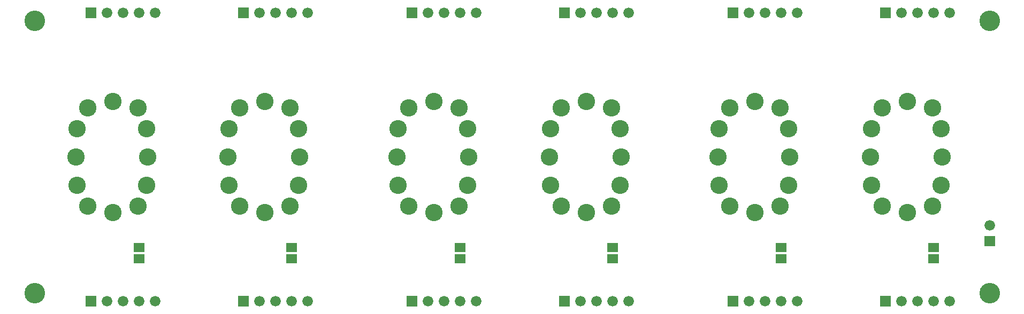
<source format=gbr>
G04 start of page 12 for group 2 layer_idx 0 *
G04 Title: (unknown), top_mask *
G04 Creator: pcb-rnd 1.2.7 *
G04 CreationDate: 2018-01-15 01:10:50 UTC *
G04 For: newell *
G04 Format: Gerber/RS-274X *
G04 PCB-Dimensions: 625000 200000 *
G04 PCB-Coordinate-Origin: lower left *
%MOIN*%
%FSLAX25Y25*%
%LNTOPMASK*%
%ADD64R,0.0572X0.0572*%
%ADD63C,0.1281*%
%ADD62C,0.1080*%
%ADD61C,0.0660*%
%ADD60C,0.0001*%
G54D60*G36*
X341700Y193300D02*Y186700D01*
X348300D01*
Y193300D01*
X341700D01*
G37*
G54D61*X355000Y190000D03*
X365000D03*
X375000D03*
X385000D03*
G54D60*G36*
X246700Y193300D02*Y186700D01*
X253300D01*
Y193300D01*
X246700D01*
G37*
G54D61*X260000Y190000D03*
X270000D03*
X280000D03*
X290000D03*
G54D60*G36*
X341700Y13300D02*Y6700D01*
X348300D01*
Y13300D01*
X341700D01*
G37*
G36*
X246700D02*Y6700D01*
X253300D01*
Y13300D01*
X246700D01*
G37*
G54D61*X260000Y10000D03*
X270000D03*
X280000D03*
X290000D03*
X355000D03*
X365000D03*
X375000D03*
X385000D03*
G54D62*X379870Y82290D03*
X343010Y69230D03*
X336380Y82290D03*
X374490Y69230D03*
X335880Y100000D03*
X336380Y117710D03*
X343010Y130770D03*
X358750Y134710D03*
X374490Y130770D03*
X379870Y117710D03*
X380370Y100000D03*
X358750Y65290D03*
X284870Y82290D03*
X248010Y69230D03*
X241380Y82290D03*
X279490Y69230D03*
X263750Y65290D03*
X240880Y100000D03*
X241380Y117710D03*
X248010Y130770D03*
X263750Y134710D03*
X279490Y130770D03*
X284870Y117710D03*
X285370Y100000D03*
G54D60*G36*
X541700Y13300D02*Y6700D01*
X548300D01*
Y13300D01*
X541700D01*
G37*
G54D61*X555000Y10000D03*
X565000D03*
X575000D03*
X585000D03*
G54D60*G36*
X446700Y13300D02*Y6700D01*
X453300D01*
Y13300D01*
X446700D01*
G37*
G54D61*X460000Y10000D03*
X470000D03*
X480000D03*
X490000D03*
G54D63*X610000Y15000D03*
G54D60*G36*
X541700Y193300D02*Y186700D01*
X548300D01*
Y193300D01*
X541700D01*
G37*
G54D61*X555000Y190000D03*
X565000D03*
X575000D03*
X585000D03*
G54D60*G36*
X446700Y193300D02*Y186700D01*
X453300D01*
Y193300D01*
X446700D01*
G37*
G54D61*X460000Y190000D03*
X470000D03*
X480000D03*
X490000D03*
G54D63*X610000Y185000D03*
G54D60*G36*
X606700Y50800D02*Y44200D01*
X613300D01*
Y50800D01*
X606700D01*
G37*
G54D61*X610000Y57500D03*
G54D62*X579870Y82290D03*
X574490Y130770D03*
X579870Y117710D03*
X580370Y100000D03*
X574490Y69230D03*
X543010D03*
X536380Y82290D03*
X558750Y65290D03*
X535880Y100000D03*
X536380Y117710D03*
X543010Y130770D03*
X558750Y134710D03*
X484870Y82290D03*
X448010Y69230D03*
X441380Y82290D03*
X479490Y69230D03*
X440880Y100000D03*
X441380Y117710D03*
X448010Y130770D03*
X463750Y134710D03*
X479490Y130770D03*
X484870Y117710D03*
X485370Y100000D03*
X463750Y65290D03*
G54D60*G36*
X141700Y193300D02*Y186700D01*
X148300D01*
Y193300D01*
X141700D01*
G37*
G54D61*X155000Y190000D03*
X165000D03*
X175000D03*
X185000D03*
G54D60*G36*
X46700Y193300D02*Y186700D01*
X53300D01*
Y193300D01*
X46700D01*
G37*
G54D61*X60000Y190000D03*
X70000D03*
X80000D03*
X90000D03*
G54D63*X15000Y185000D03*
G54D62*X179500Y82290D03*
X142640Y69230D03*
X174120D03*
X158380Y65290D03*
X136010Y82290D03*
X84870D03*
X48010Y69230D03*
X41380Y82290D03*
X79490Y69230D03*
X63750Y65290D03*
X135510Y100000D03*
X180000D03*
X40880D03*
X85370D03*
X136010Y117710D03*
X41380D03*
X84870D03*
X142640Y130770D03*
X48010D03*
X63750Y134710D03*
X79490Y130770D03*
X158380Y134710D03*
X174120Y130770D03*
X179500Y117710D03*
G54D60*G36*
X141700Y13300D02*Y6700D01*
X148300D01*
Y13300D01*
X141700D01*
G37*
G54D61*X60000Y10000D03*
X70000D03*
X80000D03*
X90000D03*
X155000D03*
X165000D03*
X175000D03*
X185000D03*
G54D60*G36*
X46700Y13300D02*Y6700D01*
X53300D01*
Y13300D01*
X46700D01*
G37*
G54D63*X15000Y15000D03*
G54D64*X279607Y43543D02*X280393D01*
X279607Y36457D02*X280393D01*
X374607Y43543D02*X375393D01*
X374607Y36457D02*X375393D01*
X479607Y43543D02*X480393D01*
X479607Y36457D02*X480393D01*
X79607Y43543D02*X80393D01*
X79607Y36457D02*X80393D01*
X574607Y43543D02*X575393D01*
X574607Y36457D02*X575393D01*
X174607Y43543D02*X175393D01*
X174607Y36457D02*X175393D01*
M02*

</source>
